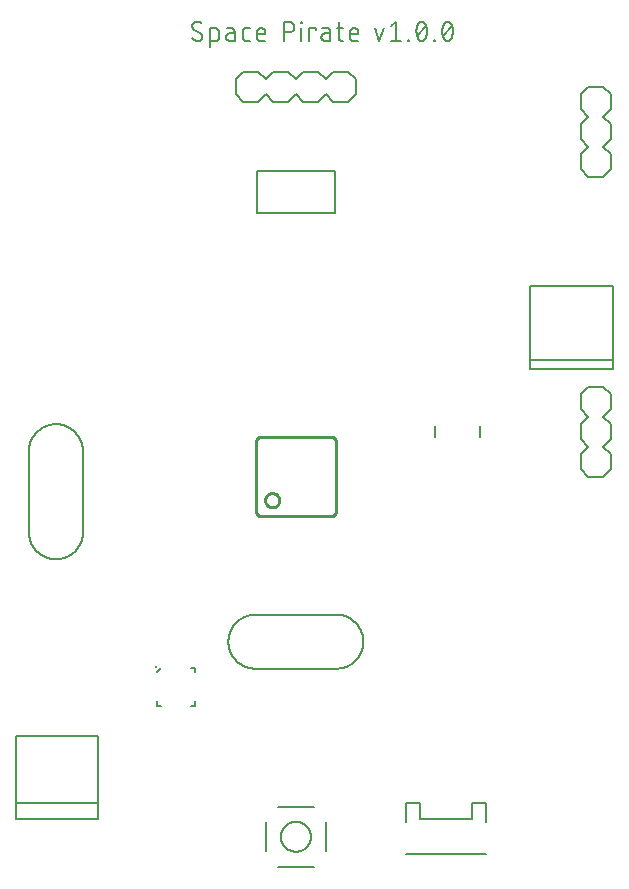
<source format=gto>
G75*
%MOIN*%
%OFA0B0*%
%FSLAX25Y25*%
%IPPOS*%
%LPD*%
%AMOC8*
5,1,8,0,0,1.08239X$1,22.5*
%
%ADD10C,0.00600*%
%ADD11C,0.00500*%
%ADD12C,0.01000*%
%ADD13C,0.00800*%
%ADD14C,0.01200*%
D10*
X0102728Y0329467D02*
X0102728Y0335867D01*
X0104506Y0335867D01*
X0104570Y0335865D01*
X0104635Y0335859D01*
X0104698Y0335850D01*
X0104761Y0335836D01*
X0104823Y0335819D01*
X0104884Y0335798D01*
X0104944Y0335773D01*
X0105002Y0335745D01*
X0105058Y0335713D01*
X0105112Y0335678D01*
X0105164Y0335640D01*
X0105214Y0335599D01*
X0105260Y0335554D01*
X0105305Y0335508D01*
X0105346Y0335458D01*
X0105384Y0335406D01*
X0105419Y0335352D01*
X0105451Y0335296D01*
X0105479Y0335238D01*
X0105504Y0335178D01*
X0105525Y0335117D01*
X0105542Y0335055D01*
X0105556Y0334992D01*
X0105565Y0334929D01*
X0105571Y0334864D01*
X0105573Y0334800D01*
X0105573Y0332667D01*
X0105571Y0332603D01*
X0105565Y0332538D01*
X0105556Y0332475D01*
X0105542Y0332412D01*
X0105525Y0332350D01*
X0105504Y0332289D01*
X0105479Y0332229D01*
X0105451Y0332171D01*
X0105419Y0332115D01*
X0105384Y0332061D01*
X0105346Y0332009D01*
X0105305Y0331959D01*
X0105260Y0331913D01*
X0105214Y0331868D01*
X0105164Y0331827D01*
X0105112Y0331789D01*
X0105058Y0331754D01*
X0105002Y0331722D01*
X0104944Y0331694D01*
X0104884Y0331669D01*
X0104823Y0331648D01*
X0104761Y0331631D01*
X0104698Y0331617D01*
X0104635Y0331608D01*
X0104570Y0331602D01*
X0104506Y0331600D01*
X0102728Y0331600D01*
X0099444Y0334267D02*
X0097489Y0335333D01*
X0098200Y0338000D02*
X0098301Y0337998D01*
X0098402Y0337992D01*
X0098502Y0337983D01*
X0098602Y0337969D01*
X0098702Y0337952D01*
X0098801Y0337932D01*
X0098898Y0337907D01*
X0098995Y0337879D01*
X0099091Y0337847D01*
X0099186Y0337811D01*
X0099279Y0337772D01*
X0099370Y0337730D01*
X0099460Y0337684D01*
X0099548Y0337634D01*
X0099634Y0337582D01*
X0099718Y0337526D01*
X0099800Y0337467D01*
X0097489Y0335334D02*
X0097425Y0335374D01*
X0097364Y0335417D01*
X0097305Y0335463D01*
X0097248Y0335512D01*
X0097194Y0335564D01*
X0097143Y0335618D01*
X0097095Y0335676D01*
X0097049Y0335735D01*
X0097007Y0335797D01*
X0096968Y0335862D01*
X0096933Y0335928D01*
X0096901Y0335995D01*
X0096872Y0336065D01*
X0096847Y0336135D01*
X0096826Y0336207D01*
X0096809Y0336280D01*
X0096795Y0336354D01*
X0096786Y0336428D01*
X0096780Y0336503D01*
X0096778Y0336578D01*
X0096780Y0336652D01*
X0096786Y0336727D01*
X0096796Y0336800D01*
X0096809Y0336874D01*
X0096826Y0336946D01*
X0096848Y0337017D01*
X0096872Y0337088D01*
X0096901Y0337156D01*
X0096933Y0337224D01*
X0096969Y0337289D01*
X0097007Y0337352D01*
X0097050Y0337414D01*
X0097095Y0337473D01*
X0097143Y0337530D01*
X0097194Y0337584D01*
X0097249Y0337635D01*
X0097305Y0337683D01*
X0097364Y0337728D01*
X0097426Y0337771D01*
X0097489Y0337809D01*
X0097554Y0337845D01*
X0097622Y0337877D01*
X0097690Y0337906D01*
X0097761Y0337930D01*
X0097832Y0337952D01*
X0097904Y0337969D01*
X0097978Y0337982D01*
X0098051Y0337992D01*
X0098126Y0337998D01*
X0098200Y0338000D01*
X0096600Y0332489D02*
X0096677Y0332414D01*
X0096757Y0332341D01*
X0096840Y0332272D01*
X0096925Y0332205D01*
X0097012Y0332142D01*
X0097101Y0332082D01*
X0097193Y0332025D01*
X0097286Y0331971D01*
X0097382Y0331921D01*
X0097479Y0331874D01*
X0097578Y0331831D01*
X0097678Y0331791D01*
X0097779Y0331755D01*
X0097882Y0331723D01*
X0097986Y0331694D01*
X0098091Y0331669D01*
X0098197Y0331648D01*
X0098303Y0331631D01*
X0098410Y0331617D01*
X0098518Y0331608D01*
X0098625Y0331602D01*
X0098733Y0331600D01*
X0098807Y0331602D01*
X0098882Y0331608D01*
X0098955Y0331618D01*
X0099029Y0331631D01*
X0099101Y0331648D01*
X0099172Y0331670D01*
X0099243Y0331694D01*
X0099311Y0331723D01*
X0099379Y0331755D01*
X0099444Y0331791D01*
X0099507Y0331829D01*
X0099569Y0331872D01*
X0099628Y0331917D01*
X0099685Y0331965D01*
X0099739Y0332016D01*
X0099790Y0332070D01*
X0099838Y0332127D01*
X0099883Y0332186D01*
X0099926Y0332248D01*
X0099964Y0332311D01*
X0100000Y0332376D01*
X0100032Y0332444D01*
X0100061Y0332512D01*
X0100085Y0332583D01*
X0100107Y0332654D01*
X0100124Y0332726D01*
X0100137Y0332800D01*
X0100147Y0332873D01*
X0100153Y0332948D01*
X0100155Y0333022D01*
X0100153Y0333097D01*
X0100147Y0333172D01*
X0100138Y0333246D01*
X0100124Y0333320D01*
X0100107Y0333393D01*
X0100086Y0333465D01*
X0100061Y0333535D01*
X0100032Y0333605D01*
X0100000Y0333672D01*
X0099965Y0333738D01*
X0099926Y0333803D01*
X0099884Y0333865D01*
X0099838Y0333924D01*
X0099790Y0333982D01*
X0099739Y0334036D01*
X0099685Y0334088D01*
X0099628Y0334137D01*
X0099569Y0334183D01*
X0099508Y0334226D01*
X0099444Y0334266D01*
X0108359Y0335867D02*
X0109782Y0335867D01*
X0109846Y0335865D01*
X0109911Y0335859D01*
X0109974Y0335850D01*
X0110037Y0335836D01*
X0110099Y0335819D01*
X0110160Y0335798D01*
X0110220Y0335773D01*
X0110278Y0335745D01*
X0110334Y0335713D01*
X0110388Y0335678D01*
X0110440Y0335640D01*
X0110490Y0335599D01*
X0110536Y0335554D01*
X0110581Y0335508D01*
X0110622Y0335458D01*
X0110660Y0335406D01*
X0110695Y0335352D01*
X0110727Y0335296D01*
X0110755Y0335238D01*
X0110780Y0335178D01*
X0110801Y0335117D01*
X0110818Y0335055D01*
X0110832Y0334992D01*
X0110841Y0334929D01*
X0110847Y0334864D01*
X0110849Y0334800D01*
X0110848Y0334800D02*
X0110848Y0331600D01*
X0109248Y0331600D01*
X0109178Y0331602D01*
X0109109Y0331608D01*
X0109040Y0331618D01*
X0108971Y0331631D01*
X0108904Y0331649D01*
X0108837Y0331670D01*
X0108772Y0331695D01*
X0108708Y0331723D01*
X0108646Y0331755D01*
X0108586Y0331791D01*
X0108528Y0331829D01*
X0108472Y0331871D01*
X0108419Y0331916D01*
X0108368Y0331964D01*
X0108320Y0332015D01*
X0108275Y0332068D01*
X0108233Y0332124D01*
X0108195Y0332182D01*
X0108159Y0332242D01*
X0108127Y0332304D01*
X0108099Y0332368D01*
X0108074Y0332433D01*
X0108053Y0332500D01*
X0108035Y0332567D01*
X0108022Y0332636D01*
X0108012Y0332705D01*
X0108006Y0332774D01*
X0108004Y0332844D01*
X0108006Y0332914D01*
X0108012Y0332983D01*
X0108022Y0333052D01*
X0108035Y0333121D01*
X0108053Y0333188D01*
X0108074Y0333255D01*
X0108099Y0333320D01*
X0108127Y0333384D01*
X0108159Y0333446D01*
X0108195Y0333506D01*
X0108233Y0333564D01*
X0108275Y0333620D01*
X0108320Y0333673D01*
X0108368Y0333724D01*
X0108419Y0333772D01*
X0108472Y0333817D01*
X0108528Y0333859D01*
X0108586Y0333897D01*
X0108646Y0333933D01*
X0108708Y0333965D01*
X0108772Y0333993D01*
X0108837Y0334018D01*
X0108904Y0334039D01*
X0108971Y0334057D01*
X0109040Y0334070D01*
X0109109Y0334080D01*
X0109178Y0334086D01*
X0109248Y0334088D01*
X0109248Y0334089D02*
X0110848Y0334089D01*
X0113578Y0334800D02*
X0113578Y0332667D01*
X0113580Y0332603D01*
X0113586Y0332538D01*
X0113595Y0332475D01*
X0113609Y0332412D01*
X0113626Y0332350D01*
X0113647Y0332289D01*
X0113672Y0332229D01*
X0113700Y0332171D01*
X0113732Y0332115D01*
X0113767Y0332061D01*
X0113805Y0332009D01*
X0113846Y0331959D01*
X0113891Y0331913D01*
X0113937Y0331868D01*
X0113987Y0331827D01*
X0114039Y0331789D01*
X0114093Y0331754D01*
X0114149Y0331722D01*
X0114207Y0331694D01*
X0114267Y0331669D01*
X0114328Y0331648D01*
X0114390Y0331631D01*
X0114453Y0331617D01*
X0114516Y0331608D01*
X0114581Y0331602D01*
X0114645Y0331600D01*
X0116067Y0331600D01*
X0118290Y0332667D02*
X0118290Y0334444D01*
X0118290Y0333733D02*
X0121134Y0333733D01*
X0121134Y0334444D01*
X0121132Y0334518D01*
X0121126Y0334593D01*
X0121116Y0334666D01*
X0121103Y0334740D01*
X0121086Y0334812D01*
X0121064Y0334883D01*
X0121040Y0334954D01*
X0121011Y0335022D01*
X0120979Y0335090D01*
X0120943Y0335155D01*
X0120905Y0335218D01*
X0120862Y0335280D01*
X0120817Y0335339D01*
X0120769Y0335396D01*
X0120718Y0335450D01*
X0120664Y0335501D01*
X0120607Y0335549D01*
X0120548Y0335594D01*
X0120486Y0335637D01*
X0120423Y0335675D01*
X0120358Y0335711D01*
X0120290Y0335743D01*
X0120222Y0335772D01*
X0120151Y0335796D01*
X0120080Y0335818D01*
X0120008Y0335835D01*
X0119934Y0335848D01*
X0119861Y0335858D01*
X0119786Y0335864D01*
X0119712Y0335866D01*
X0119638Y0335864D01*
X0119563Y0335858D01*
X0119490Y0335848D01*
X0119416Y0335835D01*
X0119344Y0335818D01*
X0119273Y0335796D01*
X0119202Y0335772D01*
X0119134Y0335743D01*
X0119066Y0335711D01*
X0119001Y0335675D01*
X0118938Y0335637D01*
X0118876Y0335594D01*
X0118817Y0335549D01*
X0118760Y0335501D01*
X0118706Y0335450D01*
X0118655Y0335396D01*
X0118607Y0335339D01*
X0118562Y0335280D01*
X0118519Y0335218D01*
X0118481Y0335155D01*
X0118445Y0335090D01*
X0118413Y0335022D01*
X0118384Y0334954D01*
X0118360Y0334883D01*
X0118338Y0334812D01*
X0118321Y0334740D01*
X0118308Y0334666D01*
X0118298Y0334593D01*
X0118292Y0334518D01*
X0118290Y0334444D01*
X0118289Y0332667D02*
X0118291Y0332603D01*
X0118297Y0332538D01*
X0118306Y0332475D01*
X0118320Y0332412D01*
X0118337Y0332350D01*
X0118358Y0332289D01*
X0118383Y0332229D01*
X0118411Y0332171D01*
X0118443Y0332115D01*
X0118478Y0332061D01*
X0118516Y0332009D01*
X0118557Y0331959D01*
X0118602Y0331913D01*
X0118648Y0331868D01*
X0118698Y0331827D01*
X0118750Y0331789D01*
X0118804Y0331754D01*
X0118860Y0331722D01*
X0118918Y0331694D01*
X0118978Y0331669D01*
X0119039Y0331648D01*
X0119101Y0331631D01*
X0119164Y0331617D01*
X0119227Y0331608D01*
X0119292Y0331602D01*
X0119356Y0331600D01*
X0121134Y0331600D01*
X0127248Y0331600D02*
X0127248Y0338000D01*
X0129026Y0338000D01*
X0129109Y0337998D01*
X0129192Y0337992D01*
X0129275Y0337982D01*
X0129358Y0337969D01*
X0129439Y0337951D01*
X0129520Y0337930D01*
X0129599Y0337905D01*
X0129677Y0337876D01*
X0129754Y0337844D01*
X0129829Y0337808D01*
X0129903Y0337769D01*
X0129974Y0337726D01*
X0130044Y0337680D01*
X0130111Y0337630D01*
X0130176Y0337578D01*
X0130238Y0337523D01*
X0130298Y0337464D01*
X0130355Y0337403D01*
X0130409Y0337340D01*
X0130460Y0337274D01*
X0130507Y0337205D01*
X0130552Y0337135D01*
X0130593Y0337062D01*
X0130630Y0336988D01*
X0130665Y0336912D01*
X0130695Y0336834D01*
X0130722Y0336756D01*
X0130745Y0336675D01*
X0130765Y0336594D01*
X0130780Y0336512D01*
X0130792Y0336430D01*
X0130800Y0336347D01*
X0130804Y0336264D01*
X0130804Y0336180D01*
X0130800Y0336097D01*
X0130792Y0336014D01*
X0130780Y0335932D01*
X0130765Y0335850D01*
X0130745Y0335769D01*
X0130722Y0335688D01*
X0130695Y0335610D01*
X0130665Y0335532D01*
X0130630Y0335456D01*
X0130593Y0335382D01*
X0130552Y0335309D01*
X0130507Y0335239D01*
X0130460Y0335170D01*
X0130409Y0335104D01*
X0130355Y0335041D01*
X0130298Y0334980D01*
X0130238Y0334921D01*
X0130176Y0334866D01*
X0130111Y0334814D01*
X0130044Y0334764D01*
X0129974Y0334718D01*
X0129903Y0334675D01*
X0129829Y0334636D01*
X0129754Y0334600D01*
X0129677Y0334568D01*
X0129599Y0334539D01*
X0129520Y0334514D01*
X0129439Y0334493D01*
X0129358Y0334475D01*
X0129275Y0334462D01*
X0129192Y0334452D01*
X0129109Y0334446D01*
X0129026Y0334444D01*
X0127248Y0334444D01*
X0133045Y0335867D02*
X0133045Y0331600D01*
X0135759Y0331600D02*
X0135759Y0335867D01*
X0137893Y0335867D01*
X0137893Y0335156D01*
X0140155Y0335867D02*
X0141578Y0335867D01*
X0141642Y0335865D01*
X0141707Y0335859D01*
X0141770Y0335850D01*
X0141833Y0335836D01*
X0141895Y0335819D01*
X0141956Y0335798D01*
X0142016Y0335773D01*
X0142074Y0335745D01*
X0142130Y0335713D01*
X0142184Y0335678D01*
X0142236Y0335640D01*
X0142286Y0335599D01*
X0142332Y0335554D01*
X0142377Y0335508D01*
X0142418Y0335458D01*
X0142456Y0335406D01*
X0142491Y0335352D01*
X0142523Y0335296D01*
X0142551Y0335238D01*
X0142576Y0335178D01*
X0142597Y0335117D01*
X0142614Y0335055D01*
X0142628Y0334992D01*
X0142637Y0334929D01*
X0142643Y0334864D01*
X0142645Y0334800D01*
X0142644Y0334800D02*
X0142644Y0331600D01*
X0141044Y0331600D01*
X0140974Y0331602D01*
X0140905Y0331608D01*
X0140836Y0331618D01*
X0140767Y0331631D01*
X0140700Y0331649D01*
X0140633Y0331670D01*
X0140568Y0331695D01*
X0140504Y0331723D01*
X0140442Y0331755D01*
X0140382Y0331791D01*
X0140324Y0331829D01*
X0140268Y0331871D01*
X0140215Y0331916D01*
X0140164Y0331964D01*
X0140116Y0332015D01*
X0140071Y0332068D01*
X0140029Y0332124D01*
X0139991Y0332182D01*
X0139955Y0332242D01*
X0139923Y0332304D01*
X0139895Y0332368D01*
X0139870Y0332433D01*
X0139849Y0332500D01*
X0139831Y0332567D01*
X0139818Y0332636D01*
X0139808Y0332705D01*
X0139802Y0332774D01*
X0139800Y0332844D01*
X0139802Y0332914D01*
X0139808Y0332983D01*
X0139818Y0333052D01*
X0139831Y0333121D01*
X0139849Y0333188D01*
X0139870Y0333255D01*
X0139895Y0333320D01*
X0139923Y0333384D01*
X0139955Y0333446D01*
X0139991Y0333506D01*
X0140029Y0333564D01*
X0140071Y0333620D01*
X0140116Y0333673D01*
X0140164Y0333724D01*
X0140215Y0333772D01*
X0140268Y0333817D01*
X0140324Y0333859D01*
X0140382Y0333897D01*
X0140442Y0333933D01*
X0140504Y0333965D01*
X0140568Y0333993D01*
X0140633Y0334018D01*
X0140700Y0334039D01*
X0140767Y0334057D01*
X0140836Y0334070D01*
X0140905Y0334080D01*
X0140974Y0334086D01*
X0141044Y0334088D01*
X0141044Y0334089D02*
X0142644Y0334089D01*
X0144856Y0335867D02*
X0146990Y0335867D01*
X0145568Y0338000D02*
X0145568Y0332667D01*
X0145567Y0332667D02*
X0145569Y0332603D01*
X0145575Y0332538D01*
X0145584Y0332475D01*
X0145598Y0332412D01*
X0145615Y0332350D01*
X0145636Y0332289D01*
X0145661Y0332229D01*
X0145689Y0332171D01*
X0145721Y0332115D01*
X0145756Y0332061D01*
X0145794Y0332009D01*
X0145835Y0331959D01*
X0145880Y0331913D01*
X0145926Y0331868D01*
X0145976Y0331827D01*
X0146028Y0331789D01*
X0146082Y0331754D01*
X0146138Y0331722D01*
X0146196Y0331694D01*
X0146256Y0331669D01*
X0146317Y0331648D01*
X0146379Y0331631D01*
X0146442Y0331617D01*
X0146505Y0331608D01*
X0146570Y0331602D01*
X0146634Y0331600D01*
X0146990Y0331600D01*
X0149265Y0332667D02*
X0149265Y0334444D01*
X0149265Y0333733D02*
X0152109Y0333733D01*
X0152109Y0334444D01*
X0152107Y0334518D01*
X0152101Y0334593D01*
X0152091Y0334666D01*
X0152078Y0334740D01*
X0152061Y0334812D01*
X0152039Y0334883D01*
X0152015Y0334954D01*
X0151986Y0335022D01*
X0151954Y0335090D01*
X0151918Y0335155D01*
X0151880Y0335218D01*
X0151837Y0335280D01*
X0151792Y0335339D01*
X0151744Y0335396D01*
X0151693Y0335450D01*
X0151639Y0335501D01*
X0151582Y0335549D01*
X0151523Y0335594D01*
X0151461Y0335637D01*
X0151398Y0335675D01*
X0151333Y0335711D01*
X0151265Y0335743D01*
X0151197Y0335772D01*
X0151126Y0335796D01*
X0151055Y0335818D01*
X0150983Y0335835D01*
X0150909Y0335848D01*
X0150836Y0335858D01*
X0150761Y0335864D01*
X0150687Y0335866D01*
X0150613Y0335864D01*
X0150538Y0335858D01*
X0150465Y0335848D01*
X0150391Y0335835D01*
X0150319Y0335818D01*
X0150248Y0335796D01*
X0150177Y0335772D01*
X0150109Y0335743D01*
X0150041Y0335711D01*
X0149976Y0335675D01*
X0149913Y0335637D01*
X0149851Y0335594D01*
X0149792Y0335549D01*
X0149735Y0335501D01*
X0149681Y0335450D01*
X0149630Y0335396D01*
X0149582Y0335339D01*
X0149537Y0335280D01*
X0149494Y0335218D01*
X0149456Y0335155D01*
X0149420Y0335090D01*
X0149388Y0335022D01*
X0149359Y0334954D01*
X0149335Y0334883D01*
X0149313Y0334812D01*
X0149296Y0334740D01*
X0149283Y0334666D01*
X0149273Y0334593D01*
X0149267Y0334518D01*
X0149265Y0334444D01*
X0149264Y0332667D02*
X0149266Y0332603D01*
X0149272Y0332538D01*
X0149281Y0332475D01*
X0149295Y0332412D01*
X0149312Y0332350D01*
X0149333Y0332289D01*
X0149358Y0332229D01*
X0149386Y0332171D01*
X0149418Y0332115D01*
X0149453Y0332061D01*
X0149491Y0332009D01*
X0149532Y0331959D01*
X0149577Y0331913D01*
X0149623Y0331868D01*
X0149673Y0331827D01*
X0149725Y0331789D01*
X0149779Y0331754D01*
X0149835Y0331722D01*
X0149893Y0331694D01*
X0149953Y0331669D01*
X0150014Y0331648D01*
X0150076Y0331631D01*
X0150139Y0331617D01*
X0150202Y0331608D01*
X0150267Y0331602D01*
X0150331Y0331600D01*
X0152109Y0331600D01*
X0159097Y0331600D02*
X0157675Y0335867D01*
X0160520Y0335867D02*
X0159097Y0331600D01*
X0162858Y0331600D02*
X0166414Y0331600D01*
X0164636Y0331600D02*
X0164636Y0338000D01*
X0162858Y0336578D01*
X0168766Y0331956D02*
X0169122Y0331956D01*
X0169122Y0331600D01*
X0168766Y0331600D01*
X0168766Y0331956D01*
X0174496Y0332489D02*
X0174556Y0332616D01*
X0174612Y0332745D01*
X0174665Y0332875D01*
X0174715Y0333007D01*
X0174761Y0333140D01*
X0174803Y0333274D01*
X0174842Y0333409D01*
X0174878Y0333546D01*
X0174909Y0333683D01*
X0174937Y0333821D01*
X0174962Y0333959D01*
X0174982Y0334098D01*
X0174999Y0334238D01*
X0175012Y0334378D01*
X0175021Y0334519D01*
X0175027Y0334659D01*
X0175029Y0334800D01*
X0171474Y0334800D02*
X0171476Y0334941D01*
X0171482Y0335081D01*
X0171491Y0335222D01*
X0171504Y0335362D01*
X0171521Y0335502D01*
X0171541Y0335641D01*
X0171566Y0335779D01*
X0171594Y0335917D01*
X0171625Y0336054D01*
X0171661Y0336191D01*
X0171700Y0336326D01*
X0171742Y0336460D01*
X0171788Y0336593D01*
X0171838Y0336725D01*
X0171891Y0336855D01*
X0171947Y0336984D01*
X0172007Y0337111D01*
X0172032Y0337177D01*
X0172060Y0337242D01*
X0172092Y0337306D01*
X0172127Y0337367D01*
X0172166Y0337427D01*
X0172207Y0337485D01*
X0172252Y0337540D01*
X0172300Y0337592D01*
X0172350Y0337642D01*
X0172403Y0337690D01*
X0172458Y0337734D01*
X0172516Y0337775D01*
X0172576Y0337813D01*
X0172638Y0337848D01*
X0172702Y0337879D01*
X0172767Y0337907D01*
X0172834Y0337932D01*
X0172901Y0337952D01*
X0172970Y0337969D01*
X0173040Y0337983D01*
X0173110Y0337992D01*
X0173181Y0337998D01*
X0173252Y0338000D01*
X0173323Y0337998D01*
X0173394Y0337992D01*
X0173464Y0337983D01*
X0173534Y0337969D01*
X0173603Y0337952D01*
X0173670Y0337932D01*
X0173737Y0337907D01*
X0173802Y0337879D01*
X0173866Y0337848D01*
X0173928Y0337813D01*
X0173988Y0337775D01*
X0174046Y0337734D01*
X0174101Y0337690D01*
X0174154Y0337642D01*
X0174204Y0337592D01*
X0174252Y0337540D01*
X0174297Y0337485D01*
X0174338Y0337427D01*
X0174377Y0337367D01*
X0174412Y0337306D01*
X0174444Y0337242D01*
X0174472Y0337177D01*
X0174497Y0337111D01*
X0174674Y0336578D02*
X0171829Y0333022D01*
X0173252Y0331600D02*
X0173323Y0331602D01*
X0173394Y0331608D01*
X0173464Y0331617D01*
X0173534Y0331631D01*
X0173603Y0331648D01*
X0173670Y0331668D01*
X0173737Y0331693D01*
X0173802Y0331721D01*
X0173866Y0331752D01*
X0173928Y0331787D01*
X0173988Y0331825D01*
X0174045Y0331866D01*
X0174101Y0331910D01*
X0174154Y0331958D01*
X0174204Y0332008D01*
X0174252Y0332060D01*
X0174297Y0332115D01*
X0174338Y0332173D01*
X0174377Y0332233D01*
X0174412Y0332294D01*
X0174444Y0332358D01*
X0174472Y0332423D01*
X0174497Y0332489D01*
X0173252Y0331600D02*
X0173181Y0331602D01*
X0173110Y0331608D01*
X0173040Y0331617D01*
X0172970Y0331631D01*
X0172901Y0331648D01*
X0172834Y0331668D01*
X0172767Y0331693D01*
X0172702Y0331721D01*
X0172638Y0331752D01*
X0172576Y0331787D01*
X0172516Y0331825D01*
X0172458Y0331866D01*
X0172403Y0331910D01*
X0172350Y0331958D01*
X0172300Y0332008D01*
X0172252Y0332060D01*
X0172207Y0332115D01*
X0172166Y0332173D01*
X0172127Y0332233D01*
X0172092Y0332294D01*
X0172060Y0332358D01*
X0172032Y0332423D01*
X0172007Y0332489D01*
X0175029Y0334800D02*
X0175027Y0334941D01*
X0175021Y0335081D01*
X0175012Y0335222D01*
X0174999Y0335362D01*
X0174982Y0335502D01*
X0174962Y0335641D01*
X0174937Y0335779D01*
X0174909Y0335917D01*
X0174878Y0336054D01*
X0174842Y0336191D01*
X0174803Y0336326D01*
X0174761Y0336460D01*
X0174715Y0336593D01*
X0174665Y0336725D01*
X0174612Y0336855D01*
X0174556Y0336984D01*
X0174496Y0337111D01*
X0171474Y0334800D02*
X0171476Y0334659D01*
X0171482Y0334519D01*
X0171491Y0334378D01*
X0171504Y0334238D01*
X0171521Y0334098D01*
X0171541Y0333959D01*
X0171566Y0333821D01*
X0171594Y0333683D01*
X0171625Y0333546D01*
X0171661Y0333409D01*
X0171700Y0333274D01*
X0171742Y0333140D01*
X0171788Y0333007D01*
X0171838Y0332875D01*
X0171891Y0332745D01*
X0171947Y0332616D01*
X0172007Y0332489D01*
X0177382Y0331956D02*
X0177737Y0331956D01*
X0177737Y0331600D01*
X0177382Y0331600D01*
X0177382Y0331956D01*
X0183112Y0332489D02*
X0183172Y0332616D01*
X0183228Y0332745D01*
X0183281Y0332875D01*
X0183331Y0333007D01*
X0183377Y0333140D01*
X0183419Y0333274D01*
X0183458Y0333409D01*
X0183494Y0333546D01*
X0183525Y0333683D01*
X0183553Y0333821D01*
X0183578Y0333959D01*
X0183598Y0334098D01*
X0183615Y0334238D01*
X0183628Y0334378D01*
X0183637Y0334519D01*
X0183643Y0334659D01*
X0183645Y0334800D01*
X0180090Y0334800D02*
X0180092Y0334941D01*
X0180098Y0335081D01*
X0180107Y0335222D01*
X0180120Y0335362D01*
X0180137Y0335502D01*
X0180157Y0335641D01*
X0180182Y0335779D01*
X0180210Y0335917D01*
X0180241Y0336054D01*
X0180277Y0336191D01*
X0180316Y0336326D01*
X0180358Y0336460D01*
X0180404Y0336593D01*
X0180454Y0336725D01*
X0180507Y0336855D01*
X0180563Y0336984D01*
X0180623Y0337111D01*
X0181867Y0338000D02*
X0181938Y0337998D01*
X0182009Y0337992D01*
X0182079Y0337983D01*
X0182149Y0337969D01*
X0182218Y0337952D01*
X0182285Y0337932D01*
X0182352Y0337907D01*
X0182417Y0337879D01*
X0182481Y0337848D01*
X0182543Y0337813D01*
X0182603Y0337775D01*
X0182661Y0337734D01*
X0182716Y0337690D01*
X0182769Y0337642D01*
X0182819Y0337592D01*
X0182867Y0337540D01*
X0182912Y0337485D01*
X0182953Y0337427D01*
X0182992Y0337367D01*
X0183027Y0337306D01*
X0183059Y0337242D01*
X0183087Y0337177D01*
X0183112Y0337111D01*
X0183290Y0336578D02*
X0180445Y0333022D01*
X0181867Y0331600D02*
X0181938Y0331602D01*
X0182009Y0331608D01*
X0182079Y0331617D01*
X0182149Y0331631D01*
X0182218Y0331648D01*
X0182285Y0331668D01*
X0182352Y0331693D01*
X0182417Y0331721D01*
X0182481Y0331752D01*
X0182543Y0331787D01*
X0182603Y0331825D01*
X0182660Y0331866D01*
X0182716Y0331910D01*
X0182769Y0331958D01*
X0182819Y0332008D01*
X0182867Y0332060D01*
X0182912Y0332115D01*
X0182953Y0332173D01*
X0182992Y0332233D01*
X0183027Y0332294D01*
X0183059Y0332358D01*
X0183087Y0332423D01*
X0183112Y0332489D01*
X0181867Y0331600D02*
X0181796Y0331602D01*
X0181725Y0331608D01*
X0181655Y0331617D01*
X0181585Y0331631D01*
X0181516Y0331648D01*
X0181449Y0331668D01*
X0181382Y0331693D01*
X0181317Y0331721D01*
X0181253Y0331752D01*
X0181191Y0331787D01*
X0181131Y0331825D01*
X0181073Y0331866D01*
X0181018Y0331910D01*
X0180965Y0331958D01*
X0180915Y0332008D01*
X0180867Y0332060D01*
X0180822Y0332115D01*
X0180781Y0332173D01*
X0180742Y0332233D01*
X0180707Y0332294D01*
X0180675Y0332358D01*
X0180647Y0332423D01*
X0180622Y0332489D01*
X0183645Y0334800D02*
X0183643Y0334941D01*
X0183637Y0335081D01*
X0183628Y0335222D01*
X0183615Y0335362D01*
X0183598Y0335502D01*
X0183578Y0335641D01*
X0183553Y0335779D01*
X0183525Y0335917D01*
X0183494Y0336054D01*
X0183458Y0336191D01*
X0183419Y0336326D01*
X0183377Y0336460D01*
X0183331Y0336593D01*
X0183281Y0336725D01*
X0183228Y0336855D01*
X0183172Y0336984D01*
X0183112Y0337111D01*
X0181867Y0338000D02*
X0181796Y0337998D01*
X0181725Y0337992D01*
X0181655Y0337983D01*
X0181585Y0337969D01*
X0181516Y0337952D01*
X0181449Y0337932D01*
X0181382Y0337907D01*
X0181317Y0337879D01*
X0181253Y0337848D01*
X0181191Y0337813D01*
X0181131Y0337775D01*
X0181073Y0337734D01*
X0181018Y0337690D01*
X0180965Y0337642D01*
X0180915Y0337592D01*
X0180867Y0337540D01*
X0180822Y0337485D01*
X0180781Y0337427D01*
X0180742Y0337367D01*
X0180707Y0337306D01*
X0180675Y0337242D01*
X0180647Y0337177D01*
X0180622Y0337111D01*
X0180090Y0334800D02*
X0180092Y0334659D01*
X0180098Y0334519D01*
X0180107Y0334378D01*
X0180120Y0334238D01*
X0180137Y0334098D01*
X0180157Y0333959D01*
X0180182Y0333821D01*
X0180210Y0333683D01*
X0180241Y0333546D01*
X0180277Y0333409D01*
X0180316Y0333274D01*
X0180358Y0333140D01*
X0180404Y0333007D01*
X0180454Y0332875D01*
X0180507Y0332745D01*
X0180563Y0332616D01*
X0180623Y0332489D01*
X0133223Y0337644D02*
X0132868Y0337644D01*
X0132868Y0338000D01*
X0133223Y0338000D01*
X0133223Y0337644D01*
X0116067Y0335867D02*
X0114645Y0335867D01*
X0114581Y0335865D01*
X0114516Y0335859D01*
X0114453Y0335850D01*
X0114390Y0335836D01*
X0114328Y0335819D01*
X0114267Y0335798D01*
X0114207Y0335773D01*
X0114149Y0335745D01*
X0114093Y0335713D01*
X0114039Y0335678D01*
X0113987Y0335640D01*
X0113937Y0335599D01*
X0113891Y0335554D01*
X0113846Y0335508D01*
X0113805Y0335458D01*
X0113767Y0335406D01*
X0113732Y0335352D01*
X0113700Y0335296D01*
X0113672Y0335238D01*
X0113647Y0335178D01*
X0113626Y0335117D01*
X0113609Y0335055D01*
X0113595Y0334992D01*
X0113586Y0334929D01*
X0113580Y0334864D01*
X0113578Y0334800D01*
D11*
X0065473Y0072127D02*
X0037914Y0072127D01*
X0037914Y0077639D01*
X0065473Y0077639D01*
X0065473Y0099686D01*
X0037914Y0099686D01*
X0037914Y0077639D01*
X0065473Y0077639D02*
X0065473Y0072127D01*
X0177550Y0199425D02*
X0177550Y0203175D01*
X0192550Y0203175D02*
X0192550Y0199425D01*
D12*
X0144587Y0198505D02*
X0144587Y0174095D01*
X0143505Y0173013D01*
X0119095Y0173013D01*
X0118013Y0174095D01*
X0118013Y0198505D01*
X0119095Y0199587D01*
X0143505Y0199587D01*
X0144587Y0198505D01*
X0121064Y0178426D02*
X0121066Y0178523D01*
X0121072Y0178620D01*
X0121082Y0178716D01*
X0121096Y0178812D01*
X0121114Y0178908D01*
X0121135Y0179002D01*
X0121161Y0179096D01*
X0121190Y0179188D01*
X0121224Y0179279D01*
X0121260Y0179369D01*
X0121301Y0179457D01*
X0121345Y0179543D01*
X0121393Y0179628D01*
X0121444Y0179710D01*
X0121498Y0179791D01*
X0121556Y0179869D01*
X0121617Y0179944D01*
X0121680Y0180017D01*
X0121747Y0180088D01*
X0121817Y0180155D01*
X0121889Y0180220D01*
X0121964Y0180281D01*
X0122042Y0180340D01*
X0122121Y0180395D01*
X0122203Y0180447D01*
X0122287Y0180495D01*
X0122373Y0180540D01*
X0122461Y0180582D01*
X0122550Y0180620D01*
X0122641Y0180654D01*
X0122733Y0180684D01*
X0122826Y0180711D01*
X0122921Y0180733D01*
X0123016Y0180752D01*
X0123112Y0180767D01*
X0123208Y0180778D01*
X0123305Y0180785D01*
X0123402Y0180788D01*
X0123499Y0180787D01*
X0123596Y0180782D01*
X0123692Y0180773D01*
X0123788Y0180760D01*
X0123884Y0180743D01*
X0123979Y0180722D01*
X0124072Y0180698D01*
X0124165Y0180669D01*
X0124257Y0180637D01*
X0124347Y0180601D01*
X0124435Y0180562D01*
X0124522Y0180518D01*
X0124607Y0180472D01*
X0124690Y0180421D01*
X0124771Y0180368D01*
X0124849Y0180311D01*
X0124926Y0180251D01*
X0124999Y0180188D01*
X0125070Y0180122D01*
X0125138Y0180053D01*
X0125204Y0179981D01*
X0125266Y0179907D01*
X0125325Y0179830D01*
X0125381Y0179751D01*
X0125434Y0179669D01*
X0125484Y0179586D01*
X0125529Y0179500D01*
X0125572Y0179413D01*
X0125611Y0179324D01*
X0125646Y0179234D01*
X0125677Y0179142D01*
X0125704Y0179049D01*
X0125728Y0178955D01*
X0125748Y0178860D01*
X0125764Y0178764D01*
X0125776Y0178668D01*
X0125784Y0178571D01*
X0125788Y0178474D01*
X0125788Y0178378D01*
X0125784Y0178281D01*
X0125776Y0178184D01*
X0125764Y0178088D01*
X0125748Y0177992D01*
X0125728Y0177897D01*
X0125704Y0177803D01*
X0125677Y0177710D01*
X0125646Y0177618D01*
X0125611Y0177528D01*
X0125572Y0177439D01*
X0125529Y0177352D01*
X0125484Y0177266D01*
X0125434Y0177183D01*
X0125381Y0177101D01*
X0125325Y0177022D01*
X0125266Y0176945D01*
X0125204Y0176871D01*
X0125138Y0176799D01*
X0125070Y0176730D01*
X0124999Y0176664D01*
X0124926Y0176601D01*
X0124849Y0176541D01*
X0124771Y0176484D01*
X0124690Y0176431D01*
X0124607Y0176380D01*
X0124522Y0176334D01*
X0124435Y0176290D01*
X0124347Y0176251D01*
X0124257Y0176215D01*
X0124165Y0176183D01*
X0124072Y0176154D01*
X0123979Y0176130D01*
X0123884Y0176109D01*
X0123788Y0176092D01*
X0123692Y0176079D01*
X0123596Y0176070D01*
X0123499Y0176065D01*
X0123402Y0176064D01*
X0123305Y0176067D01*
X0123208Y0176074D01*
X0123112Y0176085D01*
X0123016Y0176100D01*
X0122921Y0176119D01*
X0122826Y0176141D01*
X0122733Y0176168D01*
X0122641Y0176198D01*
X0122550Y0176232D01*
X0122461Y0176270D01*
X0122373Y0176312D01*
X0122287Y0176357D01*
X0122203Y0176405D01*
X0122121Y0176457D01*
X0122042Y0176512D01*
X0121964Y0176571D01*
X0121889Y0176632D01*
X0121817Y0176697D01*
X0121747Y0176764D01*
X0121680Y0176835D01*
X0121617Y0176908D01*
X0121556Y0176983D01*
X0121498Y0177061D01*
X0121444Y0177142D01*
X0121393Y0177224D01*
X0121345Y0177309D01*
X0121301Y0177395D01*
X0121260Y0177483D01*
X0121224Y0177573D01*
X0121190Y0177664D01*
X0121161Y0177756D01*
X0121135Y0177850D01*
X0121114Y0177944D01*
X0121096Y0178040D01*
X0121082Y0178136D01*
X0121072Y0178232D01*
X0121066Y0178329D01*
X0121064Y0178426D01*
D13*
X0117800Y0140300D02*
X0144800Y0140300D01*
X0145019Y0140297D01*
X0145238Y0140289D01*
X0145457Y0140276D01*
X0145675Y0140257D01*
X0145893Y0140233D01*
X0146110Y0140204D01*
X0146327Y0140170D01*
X0146542Y0140130D01*
X0146757Y0140085D01*
X0146970Y0140034D01*
X0147182Y0139979D01*
X0147393Y0139918D01*
X0147602Y0139853D01*
X0147809Y0139782D01*
X0148015Y0139706D01*
X0148219Y0139625D01*
X0148421Y0139540D01*
X0148620Y0139449D01*
X0148817Y0139354D01*
X0149012Y0139253D01*
X0149205Y0139148D01*
X0149395Y0139039D01*
X0149582Y0138925D01*
X0149766Y0138806D01*
X0149947Y0138683D01*
X0150125Y0138555D01*
X0150301Y0138423D01*
X0150472Y0138287D01*
X0150641Y0138147D01*
X0150806Y0138003D01*
X0150967Y0137855D01*
X0151125Y0137703D01*
X0151279Y0137547D01*
X0151429Y0137387D01*
X0151576Y0137224D01*
X0151718Y0137057D01*
X0151856Y0136887D01*
X0151990Y0136713D01*
X0152120Y0136537D01*
X0152245Y0136357D01*
X0152366Y0136174D01*
X0152482Y0135988D01*
X0152594Y0135800D01*
X0152701Y0135609D01*
X0152804Y0135415D01*
X0152902Y0135219D01*
X0152995Y0135021D01*
X0153083Y0134820D01*
X0153166Y0134617D01*
X0153245Y0134412D01*
X0153318Y0134206D01*
X0153386Y0133998D01*
X0153449Y0133788D01*
X0153507Y0133576D01*
X0153560Y0133364D01*
X0153608Y0133150D01*
X0153650Y0132935D01*
X0153687Y0132719D01*
X0153719Y0132502D01*
X0153746Y0132284D01*
X0153767Y0132066D01*
X0153783Y0131848D01*
X0153794Y0131629D01*
X0153799Y0131410D01*
X0153799Y0131190D01*
X0153794Y0130971D01*
X0153783Y0130752D01*
X0153767Y0130534D01*
X0153746Y0130316D01*
X0153719Y0130098D01*
X0153687Y0129881D01*
X0153650Y0129665D01*
X0153608Y0129450D01*
X0153560Y0129236D01*
X0153507Y0129024D01*
X0153449Y0128812D01*
X0153386Y0128602D01*
X0153318Y0128394D01*
X0153245Y0128188D01*
X0153166Y0127983D01*
X0153083Y0127780D01*
X0152995Y0127579D01*
X0152902Y0127381D01*
X0152804Y0127185D01*
X0152701Y0126991D01*
X0152594Y0126800D01*
X0152482Y0126612D01*
X0152366Y0126426D01*
X0152245Y0126243D01*
X0152120Y0126063D01*
X0151990Y0125887D01*
X0151856Y0125713D01*
X0151718Y0125543D01*
X0151576Y0125376D01*
X0151429Y0125213D01*
X0151279Y0125053D01*
X0151125Y0124897D01*
X0150967Y0124745D01*
X0150806Y0124597D01*
X0150641Y0124453D01*
X0150472Y0124313D01*
X0150301Y0124177D01*
X0150125Y0124045D01*
X0149947Y0123917D01*
X0149766Y0123794D01*
X0149582Y0123675D01*
X0149395Y0123561D01*
X0149205Y0123452D01*
X0149012Y0123347D01*
X0148817Y0123246D01*
X0148620Y0123151D01*
X0148421Y0123060D01*
X0148219Y0122975D01*
X0148015Y0122894D01*
X0147809Y0122818D01*
X0147602Y0122747D01*
X0147393Y0122682D01*
X0147182Y0122621D01*
X0146970Y0122566D01*
X0146757Y0122515D01*
X0146542Y0122470D01*
X0146327Y0122430D01*
X0146110Y0122396D01*
X0145893Y0122367D01*
X0145675Y0122343D01*
X0145457Y0122324D01*
X0145238Y0122311D01*
X0145019Y0122303D01*
X0144800Y0122300D01*
X0117800Y0122300D01*
X0117581Y0122303D01*
X0117362Y0122311D01*
X0117143Y0122324D01*
X0116925Y0122343D01*
X0116707Y0122367D01*
X0116490Y0122396D01*
X0116273Y0122430D01*
X0116058Y0122470D01*
X0115843Y0122515D01*
X0115630Y0122566D01*
X0115418Y0122621D01*
X0115207Y0122682D01*
X0114998Y0122747D01*
X0114791Y0122818D01*
X0114585Y0122894D01*
X0114381Y0122975D01*
X0114179Y0123060D01*
X0113980Y0123151D01*
X0113783Y0123246D01*
X0113588Y0123347D01*
X0113395Y0123452D01*
X0113205Y0123561D01*
X0113018Y0123675D01*
X0112834Y0123794D01*
X0112653Y0123917D01*
X0112475Y0124045D01*
X0112299Y0124177D01*
X0112128Y0124313D01*
X0111959Y0124453D01*
X0111794Y0124597D01*
X0111633Y0124745D01*
X0111475Y0124897D01*
X0111321Y0125053D01*
X0111171Y0125213D01*
X0111024Y0125376D01*
X0110882Y0125543D01*
X0110744Y0125713D01*
X0110610Y0125887D01*
X0110480Y0126063D01*
X0110355Y0126243D01*
X0110234Y0126426D01*
X0110118Y0126612D01*
X0110006Y0126800D01*
X0109899Y0126991D01*
X0109796Y0127185D01*
X0109698Y0127381D01*
X0109605Y0127579D01*
X0109517Y0127780D01*
X0109434Y0127983D01*
X0109355Y0128188D01*
X0109282Y0128394D01*
X0109214Y0128602D01*
X0109151Y0128812D01*
X0109093Y0129024D01*
X0109040Y0129236D01*
X0108992Y0129450D01*
X0108950Y0129665D01*
X0108913Y0129881D01*
X0108881Y0130098D01*
X0108854Y0130316D01*
X0108833Y0130534D01*
X0108817Y0130752D01*
X0108806Y0130971D01*
X0108801Y0131190D01*
X0108801Y0131410D01*
X0108806Y0131629D01*
X0108817Y0131848D01*
X0108833Y0132066D01*
X0108854Y0132284D01*
X0108881Y0132502D01*
X0108913Y0132719D01*
X0108950Y0132935D01*
X0108992Y0133150D01*
X0109040Y0133364D01*
X0109093Y0133576D01*
X0109151Y0133788D01*
X0109214Y0133998D01*
X0109282Y0134206D01*
X0109355Y0134412D01*
X0109434Y0134617D01*
X0109517Y0134820D01*
X0109605Y0135021D01*
X0109698Y0135219D01*
X0109796Y0135415D01*
X0109899Y0135609D01*
X0110006Y0135800D01*
X0110118Y0135988D01*
X0110234Y0136174D01*
X0110355Y0136357D01*
X0110480Y0136537D01*
X0110610Y0136713D01*
X0110744Y0136887D01*
X0110882Y0137057D01*
X0111024Y0137224D01*
X0111171Y0137387D01*
X0111321Y0137547D01*
X0111475Y0137703D01*
X0111633Y0137855D01*
X0111794Y0138003D01*
X0111959Y0138147D01*
X0112128Y0138287D01*
X0112299Y0138423D01*
X0112475Y0138555D01*
X0112653Y0138683D01*
X0112834Y0138806D01*
X0113018Y0138925D01*
X0113205Y0139039D01*
X0113395Y0139148D01*
X0113588Y0139253D01*
X0113783Y0139354D01*
X0113980Y0139449D01*
X0114179Y0139540D01*
X0114381Y0139625D01*
X0114585Y0139706D01*
X0114791Y0139782D01*
X0114998Y0139853D01*
X0115207Y0139918D01*
X0115418Y0139979D01*
X0115630Y0140034D01*
X0115843Y0140085D01*
X0116058Y0140130D01*
X0116273Y0140170D01*
X0116490Y0140204D01*
X0116707Y0140233D01*
X0116925Y0140257D01*
X0117143Y0140276D01*
X0117362Y0140289D01*
X0117581Y0140297D01*
X0117800Y0140300D01*
X0097599Y0122599D02*
X0097599Y0121221D01*
X0097599Y0122599D02*
X0096221Y0122599D01*
X0097599Y0111379D02*
X0097599Y0110001D01*
X0096221Y0110001D01*
X0086379Y0110001D02*
X0085001Y0110001D01*
X0085001Y0111379D01*
X0085001Y0121221D02*
X0086379Y0122599D01*
X0060300Y0167800D02*
X0060300Y0194800D01*
X0060297Y0195019D01*
X0060289Y0195238D01*
X0060276Y0195457D01*
X0060257Y0195675D01*
X0060233Y0195893D01*
X0060204Y0196110D01*
X0060170Y0196327D01*
X0060130Y0196542D01*
X0060085Y0196757D01*
X0060034Y0196970D01*
X0059979Y0197182D01*
X0059918Y0197393D01*
X0059853Y0197602D01*
X0059782Y0197809D01*
X0059706Y0198015D01*
X0059625Y0198219D01*
X0059540Y0198421D01*
X0059449Y0198620D01*
X0059354Y0198817D01*
X0059253Y0199012D01*
X0059148Y0199205D01*
X0059039Y0199395D01*
X0058925Y0199582D01*
X0058806Y0199766D01*
X0058683Y0199947D01*
X0058555Y0200125D01*
X0058423Y0200301D01*
X0058287Y0200472D01*
X0058147Y0200641D01*
X0058003Y0200806D01*
X0057855Y0200967D01*
X0057703Y0201125D01*
X0057547Y0201279D01*
X0057387Y0201429D01*
X0057224Y0201576D01*
X0057057Y0201718D01*
X0056887Y0201856D01*
X0056713Y0201990D01*
X0056537Y0202120D01*
X0056357Y0202245D01*
X0056174Y0202366D01*
X0055988Y0202482D01*
X0055800Y0202594D01*
X0055609Y0202701D01*
X0055415Y0202804D01*
X0055219Y0202902D01*
X0055021Y0202995D01*
X0054820Y0203083D01*
X0054617Y0203166D01*
X0054412Y0203245D01*
X0054206Y0203318D01*
X0053998Y0203386D01*
X0053788Y0203449D01*
X0053576Y0203507D01*
X0053364Y0203560D01*
X0053150Y0203608D01*
X0052935Y0203650D01*
X0052719Y0203687D01*
X0052502Y0203719D01*
X0052284Y0203746D01*
X0052066Y0203767D01*
X0051848Y0203783D01*
X0051629Y0203794D01*
X0051410Y0203799D01*
X0051190Y0203799D01*
X0050971Y0203794D01*
X0050752Y0203783D01*
X0050534Y0203767D01*
X0050316Y0203746D01*
X0050098Y0203719D01*
X0049881Y0203687D01*
X0049665Y0203650D01*
X0049450Y0203608D01*
X0049236Y0203560D01*
X0049024Y0203507D01*
X0048812Y0203449D01*
X0048602Y0203386D01*
X0048394Y0203318D01*
X0048188Y0203245D01*
X0047983Y0203166D01*
X0047780Y0203083D01*
X0047579Y0202995D01*
X0047381Y0202902D01*
X0047185Y0202804D01*
X0046991Y0202701D01*
X0046800Y0202594D01*
X0046612Y0202482D01*
X0046426Y0202366D01*
X0046243Y0202245D01*
X0046063Y0202120D01*
X0045887Y0201990D01*
X0045713Y0201856D01*
X0045543Y0201718D01*
X0045376Y0201576D01*
X0045213Y0201429D01*
X0045053Y0201279D01*
X0044897Y0201125D01*
X0044745Y0200967D01*
X0044597Y0200806D01*
X0044453Y0200641D01*
X0044313Y0200472D01*
X0044177Y0200301D01*
X0044045Y0200125D01*
X0043917Y0199947D01*
X0043794Y0199766D01*
X0043675Y0199582D01*
X0043561Y0199395D01*
X0043452Y0199205D01*
X0043347Y0199012D01*
X0043246Y0198817D01*
X0043151Y0198620D01*
X0043060Y0198421D01*
X0042975Y0198219D01*
X0042894Y0198015D01*
X0042818Y0197809D01*
X0042747Y0197602D01*
X0042682Y0197393D01*
X0042621Y0197182D01*
X0042566Y0196970D01*
X0042515Y0196757D01*
X0042470Y0196542D01*
X0042430Y0196327D01*
X0042396Y0196110D01*
X0042367Y0195893D01*
X0042343Y0195675D01*
X0042324Y0195457D01*
X0042311Y0195238D01*
X0042303Y0195019D01*
X0042300Y0194800D01*
X0042300Y0167800D01*
X0042303Y0167581D01*
X0042311Y0167362D01*
X0042324Y0167143D01*
X0042343Y0166925D01*
X0042367Y0166707D01*
X0042396Y0166490D01*
X0042430Y0166273D01*
X0042470Y0166058D01*
X0042515Y0165843D01*
X0042566Y0165630D01*
X0042621Y0165418D01*
X0042682Y0165207D01*
X0042747Y0164998D01*
X0042818Y0164791D01*
X0042894Y0164585D01*
X0042975Y0164381D01*
X0043060Y0164179D01*
X0043151Y0163980D01*
X0043246Y0163783D01*
X0043347Y0163588D01*
X0043452Y0163395D01*
X0043561Y0163205D01*
X0043675Y0163018D01*
X0043794Y0162834D01*
X0043917Y0162653D01*
X0044045Y0162475D01*
X0044177Y0162299D01*
X0044313Y0162128D01*
X0044453Y0161959D01*
X0044597Y0161794D01*
X0044745Y0161633D01*
X0044897Y0161475D01*
X0045053Y0161321D01*
X0045213Y0161171D01*
X0045376Y0161024D01*
X0045543Y0160882D01*
X0045713Y0160744D01*
X0045887Y0160610D01*
X0046063Y0160480D01*
X0046243Y0160355D01*
X0046426Y0160234D01*
X0046612Y0160118D01*
X0046800Y0160006D01*
X0046991Y0159899D01*
X0047185Y0159796D01*
X0047381Y0159698D01*
X0047579Y0159605D01*
X0047780Y0159517D01*
X0047983Y0159434D01*
X0048188Y0159355D01*
X0048394Y0159282D01*
X0048602Y0159214D01*
X0048812Y0159151D01*
X0049024Y0159093D01*
X0049236Y0159040D01*
X0049450Y0158992D01*
X0049665Y0158950D01*
X0049881Y0158913D01*
X0050098Y0158881D01*
X0050316Y0158854D01*
X0050534Y0158833D01*
X0050752Y0158817D01*
X0050971Y0158806D01*
X0051190Y0158801D01*
X0051410Y0158801D01*
X0051629Y0158806D01*
X0051848Y0158817D01*
X0052066Y0158833D01*
X0052284Y0158854D01*
X0052502Y0158881D01*
X0052719Y0158913D01*
X0052935Y0158950D01*
X0053150Y0158992D01*
X0053364Y0159040D01*
X0053576Y0159093D01*
X0053788Y0159151D01*
X0053998Y0159214D01*
X0054206Y0159282D01*
X0054412Y0159355D01*
X0054617Y0159434D01*
X0054820Y0159517D01*
X0055021Y0159605D01*
X0055219Y0159698D01*
X0055415Y0159796D01*
X0055609Y0159899D01*
X0055800Y0160006D01*
X0055988Y0160118D01*
X0056174Y0160234D01*
X0056357Y0160355D01*
X0056537Y0160480D01*
X0056713Y0160610D01*
X0056887Y0160744D01*
X0057057Y0160882D01*
X0057224Y0161024D01*
X0057387Y0161171D01*
X0057547Y0161321D01*
X0057703Y0161475D01*
X0057855Y0161633D01*
X0058003Y0161794D01*
X0058147Y0161959D01*
X0058287Y0162128D01*
X0058423Y0162299D01*
X0058555Y0162475D01*
X0058683Y0162653D01*
X0058806Y0162834D01*
X0058925Y0163018D01*
X0059039Y0163205D01*
X0059148Y0163395D01*
X0059253Y0163588D01*
X0059354Y0163783D01*
X0059449Y0163980D01*
X0059540Y0164179D01*
X0059625Y0164381D01*
X0059706Y0164585D01*
X0059782Y0164791D01*
X0059853Y0164998D01*
X0059918Y0165207D01*
X0059979Y0165418D01*
X0060034Y0165630D01*
X0060085Y0165843D01*
X0060130Y0166058D01*
X0060170Y0166273D01*
X0060204Y0166490D01*
X0060233Y0166707D01*
X0060257Y0166925D01*
X0060276Y0167143D01*
X0060289Y0167362D01*
X0060297Y0167581D01*
X0060300Y0167800D01*
X0125237Y0076300D02*
X0137363Y0076300D01*
X0141300Y0071182D02*
X0141300Y0061418D01*
X0137363Y0056300D02*
X0125237Y0056300D01*
X0121300Y0061418D02*
X0121300Y0071300D01*
X0126300Y0066300D02*
X0126302Y0066441D01*
X0126308Y0066582D01*
X0126318Y0066722D01*
X0126332Y0066862D01*
X0126350Y0067002D01*
X0126371Y0067141D01*
X0126397Y0067280D01*
X0126426Y0067418D01*
X0126460Y0067554D01*
X0126497Y0067690D01*
X0126538Y0067825D01*
X0126583Y0067959D01*
X0126632Y0068091D01*
X0126684Y0068222D01*
X0126740Y0068351D01*
X0126800Y0068478D01*
X0126863Y0068604D01*
X0126929Y0068728D01*
X0127000Y0068851D01*
X0127073Y0068971D01*
X0127150Y0069089D01*
X0127230Y0069205D01*
X0127314Y0069318D01*
X0127400Y0069429D01*
X0127490Y0069538D01*
X0127583Y0069644D01*
X0127678Y0069747D01*
X0127777Y0069848D01*
X0127878Y0069946D01*
X0127982Y0070041D01*
X0128089Y0070133D01*
X0128198Y0070222D01*
X0128310Y0070307D01*
X0128424Y0070390D01*
X0128540Y0070470D01*
X0128659Y0070546D01*
X0128780Y0070618D01*
X0128902Y0070688D01*
X0129027Y0070753D01*
X0129153Y0070816D01*
X0129281Y0070874D01*
X0129411Y0070929D01*
X0129542Y0070981D01*
X0129675Y0071028D01*
X0129809Y0071072D01*
X0129944Y0071113D01*
X0130080Y0071149D01*
X0130217Y0071181D01*
X0130355Y0071210D01*
X0130493Y0071235D01*
X0130633Y0071255D01*
X0130773Y0071272D01*
X0130913Y0071285D01*
X0131054Y0071294D01*
X0131194Y0071299D01*
X0131335Y0071300D01*
X0131476Y0071297D01*
X0131617Y0071290D01*
X0131757Y0071279D01*
X0131897Y0071264D01*
X0132037Y0071245D01*
X0132176Y0071223D01*
X0132314Y0071196D01*
X0132452Y0071166D01*
X0132588Y0071131D01*
X0132724Y0071093D01*
X0132858Y0071051D01*
X0132992Y0071005D01*
X0133124Y0070956D01*
X0133254Y0070902D01*
X0133383Y0070845D01*
X0133510Y0070785D01*
X0133636Y0070721D01*
X0133759Y0070653D01*
X0133881Y0070582D01*
X0134001Y0070508D01*
X0134118Y0070430D01*
X0134233Y0070349D01*
X0134346Y0070265D01*
X0134457Y0070178D01*
X0134565Y0070087D01*
X0134670Y0069994D01*
X0134773Y0069897D01*
X0134873Y0069798D01*
X0134970Y0069696D01*
X0135064Y0069591D01*
X0135155Y0069484D01*
X0135243Y0069374D01*
X0135328Y0069262D01*
X0135410Y0069147D01*
X0135489Y0069030D01*
X0135564Y0068911D01*
X0135636Y0068790D01*
X0135704Y0068667D01*
X0135769Y0068542D01*
X0135831Y0068415D01*
X0135888Y0068286D01*
X0135943Y0068156D01*
X0135993Y0068025D01*
X0136040Y0067892D01*
X0136083Y0067758D01*
X0136122Y0067622D01*
X0136157Y0067486D01*
X0136189Y0067349D01*
X0136216Y0067211D01*
X0136240Y0067072D01*
X0136260Y0066932D01*
X0136276Y0066792D01*
X0136288Y0066652D01*
X0136296Y0066511D01*
X0136300Y0066370D01*
X0136300Y0066230D01*
X0136296Y0066089D01*
X0136288Y0065948D01*
X0136276Y0065808D01*
X0136260Y0065668D01*
X0136240Y0065528D01*
X0136216Y0065389D01*
X0136189Y0065251D01*
X0136157Y0065114D01*
X0136122Y0064978D01*
X0136083Y0064842D01*
X0136040Y0064708D01*
X0135993Y0064575D01*
X0135943Y0064444D01*
X0135888Y0064314D01*
X0135831Y0064185D01*
X0135769Y0064058D01*
X0135704Y0063933D01*
X0135636Y0063810D01*
X0135564Y0063689D01*
X0135489Y0063570D01*
X0135410Y0063453D01*
X0135328Y0063338D01*
X0135243Y0063226D01*
X0135155Y0063116D01*
X0135064Y0063009D01*
X0134970Y0062904D01*
X0134873Y0062802D01*
X0134773Y0062703D01*
X0134670Y0062606D01*
X0134565Y0062513D01*
X0134457Y0062422D01*
X0134346Y0062335D01*
X0134233Y0062251D01*
X0134118Y0062170D01*
X0134001Y0062092D01*
X0133881Y0062018D01*
X0133759Y0061947D01*
X0133636Y0061879D01*
X0133510Y0061815D01*
X0133383Y0061755D01*
X0133254Y0061698D01*
X0133124Y0061644D01*
X0132992Y0061595D01*
X0132858Y0061549D01*
X0132724Y0061507D01*
X0132588Y0061469D01*
X0132452Y0061434D01*
X0132314Y0061404D01*
X0132176Y0061377D01*
X0132037Y0061355D01*
X0131897Y0061336D01*
X0131757Y0061321D01*
X0131617Y0061310D01*
X0131476Y0061303D01*
X0131335Y0061300D01*
X0131194Y0061301D01*
X0131054Y0061306D01*
X0130913Y0061315D01*
X0130773Y0061328D01*
X0130633Y0061345D01*
X0130493Y0061365D01*
X0130355Y0061390D01*
X0130217Y0061419D01*
X0130080Y0061451D01*
X0129944Y0061487D01*
X0129809Y0061528D01*
X0129675Y0061572D01*
X0129542Y0061619D01*
X0129411Y0061671D01*
X0129281Y0061726D01*
X0129153Y0061784D01*
X0129027Y0061847D01*
X0128902Y0061912D01*
X0128780Y0061982D01*
X0128659Y0062054D01*
X0128540Y0062130D01*
X0128424Y0062210D01*
X0128310Y0062293D01*
X0128198Y0062378D01*
X0128089Y0062467D01*
X0127982Y0062559D01*
X0127878Y0062654D01*
X0127777Y0062752D01*
X0127678Y0062853D01*
X0127583Y0062956D01*
X0127490Y0063062D01*
X0127400Y0063171D01*
X0127314Y0063282D01*
X0127230Y0063395D01*
X0127150Y0063511D01*
X0127073Y0063629D01*
X0127000Y0063749D01*
X0126929Y0063872D01*
X0126863Y0063996D01*
X0126800Y0064122D01*
X0126740Y0064249D01*
X0126684Y0064378D01*
X0126632Y0064509D01*
X0126583Y0064641D01*
X0126538Y0064775D01*
X0126497Y0064910D01*
X0126460Y0065046D01*
X0126426Y0065182D01*
X0126397Y0065320D01*
X0126371Y0065459D01*
X0126350Y0065598D01*
X0126332Y0065738D01*
X0126318Y0065878D01*
X0126308Y0066018D01*
X0126302Y0066159D01*
X0126300Y0066300D01*
X0167914Y0071221D02*
X0167914Y0077520D01*
X0172639Y0077520D01*
X0172639Y0072009D01*
X0189961Y0072009D01*
X0189961Y0077520D01*
X0194686Y0077520D01*
X0194686Y0071221D01*
X0194686Y0060591D02*
X0167914Y0060591D01*
X0228800Y0186300D02*
X0226300Y0188800D01*
X0226300Y0193800D01*
X0228800Y0196300D01*
X0226300Y0198800D01*
X0226300Y0203800D01*
X0228800Y0206300D01*
X0226300Y0208800D01*
X0226300Y0213800D01*
X0228800Y0216300D01*
X0233800Y0216300D01*
X0236300Y0213800D01*
X0236300Y0208800D01*
X0233800Y0206300D01*
X0236300Y0203800D01*
X0236300Y0198800D01*
X0233800Y0196300D01*
X0236300Y0193800D01*
X0236300Y0188800D01*
X0233800Y0186300D01*
X0228800Y0186300D01*
X0236969Y0222127D02*
X0209410Y0222127D01*
X0209410Y0225276D01*
X0236969Y0225276D01*
X0236969Y0222127D01*
X0236969Y0225276D02*
X0236969Y0249686D01*
X0209410Y0249686D01*
X0209410Y0225276D01*
X0228800Y0286300D02*
X0226300Y0288800D01*
X0226300Y0293800D01*
X0228800Y0296300D01*
X0226300Y0298800D01*
X0226300Y0303800D01*
X0228800Y0306300D01*
X0226300Y0308800D01*
X0226300Y0313800D01*
X0228800Y0316300D01*
X0233800Y0316300D01*
X0236300Y0313800D01*
X0236300Y0308800D01*
X0233800Y0306300D01*
X0236300Y0303800D01*
X0236300Y0298800D01*
X0233800Y0296300D01*
X0236300Y0293800D01*
X0236300Y0288800D01*
X0233800Y0286300D01*
X0228800Y0286300D01*
X0151300Y0313800D02*
X0151300Y0318800D01*
X0148800Y0321300D01*
X0143800Y0321300D01*
X0141300Y0318800D01*
X0138800Y0321300D01*
X0133800Y0321300D01*
X0131300Y0318800D01*
X0128800Y0321300D01*
X0123800Y0321300D01*
X0121300Y0318800D01*
X0118800Y0321300D01*
X0113800Y0321300D01*
X0111300Y0318800D01*
X0111300Y0313800D01*
X0113800Y0311300D01*
X0118800Y0311300D01*
X0121300Y0313800D01*
X0123800Y0311300D01*
X0128800Y0311300D01*
X0131300Y0313800D01*
X0133800Y0311300D01*
X0138800Y0311300D01*
X0141300Y0313800D01*
X0143800Y0311300D01*
X0148800Y0311300D01*
X0151300Y0313800D01*
X0144202Y0288300D02*
X0118398Y0288300D01*
X0118398Y0274300D01*
X0144202Y0274300D01*
X0144202Y0288300D01*
D14*
X0084800Y0122800D03*
M02*

</source>
